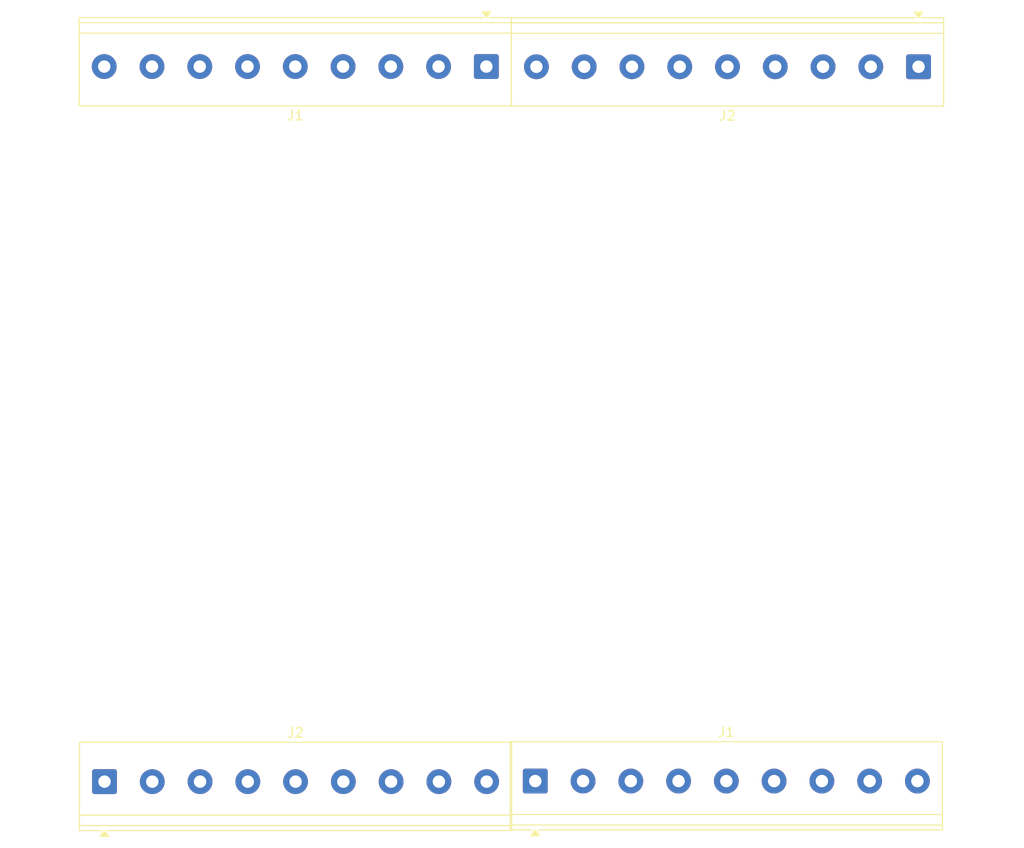
<source format=kicad_pcb>
(kicad_pcb (version 20241229) (generator "pcbnew") (generator_version "9.0")
  (layers (0 "F.Cu" signal) (2 "B.Cu" signal) (13 "F.Paste" user) (15 "B.Paste" user) (5 "F.SilkS" user "F.Silkscreen") (7 "B.SilkS" user "B.Silkscreen") (1 "F.Mask" user) (3 "B.Mask" user) (25 "Edge.Cuts" user))
  (net 0 "")
  (footprint "TerminalBlock_Phoenix:TerminalBlock_Phoenix_PT-1,5-9-5.0-H_1x09_P5.00mm_Horizontal" (layer "F.Cu") (at 209.43 190.9)
    (property "Reference" "J1" (at 20 -5.12 0) (layer "F.SilkS"))
    (property "Value" "Screw_Terminal_01x09")
    (fp_line (start -2.62 -4.12) (end 42.62 -4.12) (stroke (width 0.12)) (layer "F.SilkS"))
    (fp_line (start -2.62 3.5) (end 42.62 3.5) (stroke (width 0.12)) (layer "F.SilkS"))
    (fp_line (start -2.62 4.6) (end 42.62 4.6) (stroke (width 0.12)) (layer "F.SilkS"))
    (fp_line (start -2.62 5.12) (end -2.62 -4.12) (stroke (width 0.12)) (layer "F.SilkS"))
    (fp_line (start -0.3 5.12) (end -2.62 5.12) (stroke (width 0.12)) (layer "F.SilkS"))
    (fp_line (start 42.62 -4.12) (end 42.62 5.12) (stroke (width 0.12)) (layer "F.SilkS"))
    (fp_line (start 42.62 5.12) (end 0.3 5.12) (stroke (width 0.12)) (layer "F.SilkS"))
    (fp_poly (pts (xy 0 5.12) (xy 0.44 5.73) (xy -0.44 5.73)) (stroke (width 0.12)) (fill yes) (layer "F.SilkS"))
    (pad "1" thru_hole roundrect (at 0 0) (size 2.6 2.6) (drill 1.3) (layers "*.Cu" "*.Mask") (roundrect_rratio 0.096154))
    (pad "2" thru_hole circle (at 5 0) (size 2.6 2.6) (drill 1.3) (layers "*.Cu" "*.Mask"))
    (pad "3" thru_hole circle (at 10 0) (size 2.6 2.6) (drill 1.3) (layers "*.Cu" "*.Mask"))
    (pad "4" thru_hole circle (at 15 0) (size 2.6 2.6) (drill 1.3) (layers "*.Cu" "*.Mask"))
    (pad "5" thru_hole circle (at 20 0) (size 2.6 2.6) (drill 1.3) (layers "*.Cu" "*.Mask"))
    (pad "6" thru_hole circle (at 25 0) (size 2.6 2.6) (drill 1.3) (layers "*.Cu" "*.Mask"))
    (pad "7" thru_hole circle (at 30 0) (size 2.6 2.6) (drill 1.3) (layers "*.Cu" "*.Mask"))
    (pad "8" thru_hole circle (at 35 0) (size 2.6 2.6) (drill 1.3) (layers "*.Cu" "*.Mask"))
    (pad "9" thru_hole circle (at 40 0) (size 2.6 2.6) (drill 1.3) (layers "*.Cu" "*.Mask"))
  )
  (footprint "TerminalBlock_Phoenix:TerminalBlock_Phoenix_PT-1,5-9-5.0-H_1x09_P5.00mm_Horizontal" (layer "F.Cu") (at 204.31 116.11 180)
    (property "Reference" "J1" (at 20 -5.12 0) (layer "F.SilkS"))
    (property "Value" "Screw_Terminal_01x09")
    (fp_line (start 42.62 5.12) (end 0.3 5.12) (stroke (width 0.12)) (layer "F.SilkS"))
    (fp_line (start 42.62 -4.12) (end 42.62 5.12) (stroke (width 0.12)) (layer "F.SilkS"))
    (fp_line (start -0.3 5.12) (end -2.62 5.12) (stroke (width 0.12)) (layer "F.SilkS"))
    (fp_line (start -2.62 5.12) (end -2.62 -4.12) (stroke (width 0.12)) (layer "F.SilkS"))
    (fp_line (start -2.62 4.6) (end 42.62 4.6) (stroke (width 0.12)) (layer "F.SilkS"))
    (fp_line (start -2.62 3.5) (end 42.62 3.5) (stroke (width 0.12)) (layer "F.SilkS"))
    (fp_line (start -2.62 -4.12) (end 42.62 -4.12) (stroke (width 0.12)) (layer "F.SilkS"))
    (fp_poly (pts (xy 0 5.12) (xy 0.44 5.73) (xy -0.44 5.73)) (stroke (width 0.12)) (fill yes) (layer "F.SilkS"))
    (pad "1" thru_hole roundrect (at 0 0 180) (size 2.6 2.6) (drill 1.3) (layers "*.Cu" "*.Mask") (roundrect_rratio 0.096154))
    (pad "2" thru_hole circle (at 5 0 180) (size 2.6 2.6) (drill 1.3) (layers "*.Cu" "*.Mask"))
    (pad "3" thru_hole circle (at 10 0 180) (size 2.6 2.6) (drill 1.3) (layers "*.Cu" "*.Mask"))
    (pad "4" thru_hole circle (at 15 0 180) (size 2.6 2.6) (drill 1.3) (layers "*.Cu" "*.Mask"))
    (pad "5" thru_hole circle (at 20 0 180) (size 2.6 2.6) (drill 1.3) (layers "*.Cu" "*.Mask"))
    (pad "6" thru_hole circle (at 25 0 180) (size 2.6 2.6) (drill 1.3) (layers "*.Cu" "*.Mask"))
    (pad "7" thru_hole circle (at 30 0 180) (size 2.6 2.6) (drill 1.3) (layers "*.Cu" "*.Mask"))
    (pad "8" thru_hole circle (at 35 0 180) (size 2.6 2.6) (drill 1.3) (layers "*.Cu" "*.Mask"))
    (pad "9" thru_hole circle (at 40 0 180) (size 2.6 2.6) (drill 1.3) (layers "*.Cu" "*.Mask"))
  )
  (footprint "TerminalBlock_Phoenix:TerminalBlock_Phoenix_PT-1,5-9-5.0-H_1x09_P5.00mm_Horizontal" (layer "F.Cu") (at 249.55 116.13 180)
    (property "Reference" "J2" (at 20 -5.12 0) (layer "F.SilkS"))
    (property "Value" "Screw_Terminal_01x09")
    (fp_line (start 42.62 5.12) (end 0.3 5.12) (stroke (width 0.12)) (layer "F.SilkS"))
    (fp_line (start 42.62 -4.12) (end 42.62 5.12) (stroke (width 0.12)) (layer "F.SilkS"))
    (fp_line (start -0.3 5.12) (end -2.62 5.12) (stroke (width 0.12)) (layer "F.SilkS"))
    (fp_line (start -2.62 5.12) (end -2.62 -4.12) (stroke (width 0.12)) (layer "F.SilkS"))
    (fp_line (start -2.62 4.6) (end 42.62 4.6) (stroke (width 0.12)) (layer "F.SilkS"))
    (fp_line (start -2.62 3.5) (end 42.62 3.5) (stroke (width 0.12)) (layer "F.SilkS"))
    (fp_line (start -2.62 -4.12) (end 42.62 -4.12) (stroke (width 0.12)) (layer "F.SilkS"))
    (fp_poly (pts (xy 0 5.12) (xy 0.44 5.73) (xy -0.44 5.73)) (stroke (width 0.12)) (fill yes) (layer "F.SilkS"))
    (pad "1" thru_hole roundrect (at 0 0 180) (size 2.6 2.6) (drill 1.3) (layers "*.Cu" "*.Mask") (roundrect_rratio 0.096154))
    (pad "2" thru_hole circle (at 5 0 180) (size 2.6 2.6) (drill 1.3) (layers "*.Cu" "*.Mask"))
    (pad "3" thru_hole circle (at 10 0 180) (size 2.6 2.6) (drill 1.3) (layers "*.Cu" "*.Mask"))
    (pad "4" thru_hole circle (at 15 0 180) (size 2.6 2.6) (drill 1.3) (layers "*.Cu" "*.Mask"))
    (pad "5" thru_hole circle (at 20 0 180) (size 2.6 2.6) (drill 1.3) (layers "*.Cu" "*.Mask"))
    (pad "6" thru_hole circle (at 25 0 180) (size 2.6 2.6) (drill 1.3) (layers "*.Cu" "*.Mask"))
    (pad "7" thru_hole circle (at 30 0 180) (size 2.6 2.6) (drill 1.3) (layers "*.Cu" "*.Mask"))
    (pad "8" thru_hole circle (at 35 0 180) (size 2.6 2.6) (drill 1.3) (layers "*.Cu" "*.Mask"))
    (pad "9" thru_hole circle (at 40 0 180) (size 2.6 2.6) (drill 1.3) (layers "*.Cu" "*.Mask"))
  )
  (footprint "TerminalBlock_Phoenix:TerminalBlock_Phoenix_PT-1,5-9-5.0-H_1x09_P5.00mm_Horizontal" (layer "F.Cu") (at 164.34 190.96)
    (property "Reference" "J2" (at 20 -5.12 0) (layer "F.SilkS"))
    (property "Value" "Screw_Terminal_01x09")
    (fp_line (start -2.62 -4.12) (end 42.62 -4.12) (stroke (width 0.12)) (layer "F.SilkS"))
    (fp_line (start -2.62 3.5) (end 42.62 3.5) (stroke (width 0.12)) (layer "F.SilkS"))
    (fp_line (start -2.62 4.6) (end 42.62 4.6) (stroke (width 0.12)) (layer "F.SilkS"))
    (fp_line (start -2.62 5.12) (end -2.62 -4.12) (stroke (width 0.12)) (layer "F.SilkS"))
    (fp_line (start -0.3 5.12) (end -2.62 5.12) (stroke (width 0.12)) (layer "F.SilkS"))
    (fp_line (start 42.62 -4.12) (end 42.62 5.12) (stroke (width 0.12)) (layer "F.SilkS"))
    (fp_line (start 42.62 5.12) (end 0.3 5.12) (stroke (width 0.12)) (layer "F.SilkS"))
    (fp_poly (pts (xy 0 5.12) (xy 0.44 5.73) (xy -0.44 5.73)) (stroke (width 0.12)) (fill yes) (layer "F.SilkS"))
    (pad "1" thru_hole roundrect (at 0 0) (size 2.6 2.6) (drill 1.3) (layers "*.Cu" "*.Mask") (roundrect_rratio 0.096154))
    (pad "2" thru_hole circle (at 5 0) (size 2.6 2.6) (drill 1.3) (layers "*.Cu" "*.Mask"))
    (pad "3" thru_hole circle (at 10 0) (size 2.6 2.6) (drill 1.3) (layers "*.Cu" "*.Mask"))
    (pad "4" thru_hole circle (at 15 0) (size 2.6 2.6) (drill 1.3) (layers "*.Cu" "*.Mask"))
    (pad "5" thru_hole circle (at 20 0) (size 2.6 2.6) (drill 1.3) (layers "*.Cu" "*.Mask"))
    (pad "6" thru_hole circle (at 25 0) (size 2.6 2.6) (drill 1.3) (layers "*.Cu" "*.Mask"))
    (pad "7" thru_hole circle (at 30 0) (size 2.6 2.6) (drill 1.3) (layers "*.Cu" "*.Mask"))
    (pad "8" thru_hole circle (at 35 0) (size 2.6 2.6) (drill 1.3) (layers "*.Cu" "*.Mask"))
    (pad "9" thru_hole circle (at 40 0) (size 2.6 2.6) (drill 1.3) (layers "*.Cu" "*.Mask"))
  )
)
</source>
